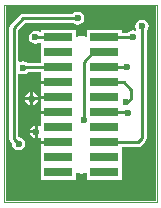
<source format=gbl>
G04 Layer_Physical_Order=2*
G04 Layer_Color=16711680*
%FSLAX25Y25*%
%MOIN*%
G70*
G01*
G75*
%ADD13C,0.01000*%
%ADD14C,0.00394*%
%ADD15C,0.02362*%
%ADD16R,0.09500X0.03000*%
G36*
X150394Y100394D02*
X100394D01*
X100394Y165354D01*
X150394D01*
Y100394D01*
D02*
G37*
%LPC*%
G36*
X124409Y163641D02*
X123558Y163472D01*
X122837Y162990D01*
X122808Y162947D01*
X106299D01*
X105714Y162830D01*
X105218Y162499D01*
X102068Y159349D01*
X101737Y158853D01*
X101620Y158268D01*
Y121114D01*
X101737Y120529D01*
X102068Y120033D01*
X102511Y119590D01*
X102501Y119539D01*
X102670Y118688D01*
X103152Y117967D01*
X103873Y117485D01*
X104724Y117315D01*
X105575Y117485D01*
X106297Y117967D01*
X106779Y118688D01*
X106948Y119539D01*
X106779Y120390D01*
X106297Y121112D01*
X105575Y121594D01*
X104724Y121763D01*
X104679Y121800D01*
Y142740D01*
X105179Y143007D01*
X105448Y142827D01*
X106299Y142658D01*
X107150Y142827D01*
X107872Y143309D01*
X107979Y143471D01*
X112214D01*
Y140539D01*
X117964D01*
Y139539D01*
X112214D01*
Y137539D01*
Y135539D01*
X117964D01*
Y134539D01*
X112214D01*
Y132539D01*
Y130539D01*
X117964D01*
Y129539D01*
X112214D01*
Y127539D01*
Y125621D01*
X111773Y125386D01*
X111520Y125555D01*
X111169Y125624D01*
Y123500D01*
Y121376D01*
X111520Y121446D01*
X111773Y121614D01*
X112214Y121379D01*
Y120539D01*
X117964D01*
Y119539D01*
X112214D01*
Y117539D01*
Y112539D01*
Y107539D01*
X123714D01*
Y109723D01*
X124214Y109917D01*
X124866Y109647D01*
X125641Y109545D01*
X126416Y109647D01*
X127068Y109917D01*
X127568Y109723D01*
Y107539D01*
X139068D01*
Y112539D01*
Y118471D01*
X144488D01*
X145073Y118587D01*
X145570Y118919D01*
X146948Y120297D01*
X147279Y120793D01*
X147396Y121378D01*
Y157060D01*
X147439Y157089D01*
X147921Y157810D01*
X148090Y158661D01*
X147921Y159512D01*
X147439Y160234D01*
X146717Y160716D01*
X145866Y160885D01*
X145015Y160716D01*
X144294Y160234D01*
X143812Y159512D01*
X143642Y158661D01*
X143812Y157810D01*
X143947Y157607D01*
X143944Y157599D01*
X143617Y157202D01*
X142913Y157342D01*
X142062Y157173D01*
X141341Y156691D01*
X141233Y156529D01*
X139068D01*
Y157539D01*
X127568D01*
Y155356D01*
X127068Y155161D01*
X126416Y155431D01*
X125641Y155534D01*
X124866Y155431D01*
X124214Y155161D01*
X123714Y155356D01*
Y157539D01*
X112214D01*
Y156923D01*
X112155Y156873D01*
X111714Y156702D01*
X111127Y157094D01*
X110276Y157263D01*
X109425Y157094D01*
X108703Y156612D01*
X108221Y155890D01*
X108052Y155039D01*
X108221Y154188D01*
X108703Y153467D01*
X109425Y152985D01*
X110276Y152815D01*
X111127Y152985D01*
X111714Y153377D01*
X112155Y153206D01*
X112214Y153156D01*
Y146529D01*
X107759D01*
X107150Y146936D01*
X106299Y147106D01*
X105448Y146936D01*
X105179Y146757D01*
X104679Y147024D01*
Y157634D01*
X106933Y159888D01*
X122808D01*
X122837Y159845D01*
X123558Y159363D01*
X124409Y159194D01*
X125260Y159363D01*
X125982Y159845D01*
X126464Y160566D01*
X126633Y161417D01*
X126464Y162268D01*
X125982Y162990D01*
X125260Y163472D01*
X124409Y163641D01*
D02*
G37*
G36*
X110169Y125624D02*
X109818Y125555D01*
X109097Y125073D01*
X108615Y124351D01*
X108545Y124000D01*
X110169D01*
Y125624D01*
D02*
G37*
G36*
Y123000D02*
X108545D01*
X108615Y122649D01*
X109097Y121927D01*
X109818Y121446D01*
X110169Y121376D01*
Y123000D01*
D02*
G37*
G36*
X108555Y136770D02*
X108204Y136700D01*
X107483Y136218D01*
X107001Y135497D01*
X106931Y135146D01*
X108555D01*
Y136770D01*
D02*
G37*
G36*
X109555D02*
Y135146D01*
X111179D01*
X111110Y135497D01*
X110628Y136218D01*
X109906Y136700D01*
X109555Y136770D01*
D02*
G37*
G36*
X108555Y134146D02*
X106931D01*
X107001Y133795D01*
X107483Y133073D01*
X108204Y132591D01*
X108555Y132521D01*
Y134146D01*
D02*
G37*
G36*
X111179D02*
X109555D01*
Y132521D01*
X109906Y132591D01*
X110628Y133073D01*
X111110Y133795D01*
X111179Y134146D01*
D02*
G37*
%LPD*%
D13*
X130500Y130000D02*
X140866D01*
X110276Y155039D02*
X117964D01*
X106299Y145000D02*
X115740D01*
X137000Y120000D02*
X144488D01*
X145866Y121378D01*
Y158661D01*
X133318Y145039D02*
X140945D01*
X103150Y121114D02*
Y158268D01*
X106299Y161417D01*
X124409D01*
X140866Y130000D02*
X141083Y129783D01*
X139764Y140000D02*
X142126Y137638D01*
Y134646D02*
Y137638D01*
X140945Y133465D02*
X142126Y134646D01*
X137000Y140000D02*
X139764D01*
X140551Y133465D02*
X140945D01*
X103150Y121114D02*
X104724Y119539D01*
X129537Y150000D02*
X137000D01*
X126378Y146841D02*
X129537Y150000D01*
X126378Y127559D02*
Y146841D01*
X137000Y155000D02*
X143000D01*
D14*
X100000Y100000D02*
X150787D01*
Y165748D01*
X100000D02*
X150787D01*
X100000Y100000D02*
Y165748D01*
D15*
X110276Y155039D02*
D03*
X106299Y144882D02*
D03*
X145866Y158661D02*
D03*
X140945Y145039D02*
D03*
X124409Y161417D02*
D03*
X141083Y129783D02*
D03*
X140551Y133465D02*
D03*
X104724Y119539D02*
D03*
X126378Y127559D02*
D03*
X110669Y123500D02*
D03*
X109055Y134646D02*
D03*
X142913Y155118D02*
D03*
D16*
X133318Y155039D02*
D03*
Y145039D02*
D03*
Y140039D02*
D03*
Y135039D02*
D03*
Y130039D02*
D03*
Y125039D02*
D03*
Y120039D02*
D03*
Y115039D02*
D03*
Y110039D02*
D03*
Y150039D02*
D03*
X117964Y110039D02*
D03*
Y120039D02*
D03*
Y125039D02*
D03*
Y130039D02*
D03*
Y135039D02*
D03*
Y140039D02*
D03*
Y145039D02*
D03*
Y150039D02*
D03*
Y155039D02*
D03*
Y115039D02*
D03*
M02*

</source>
